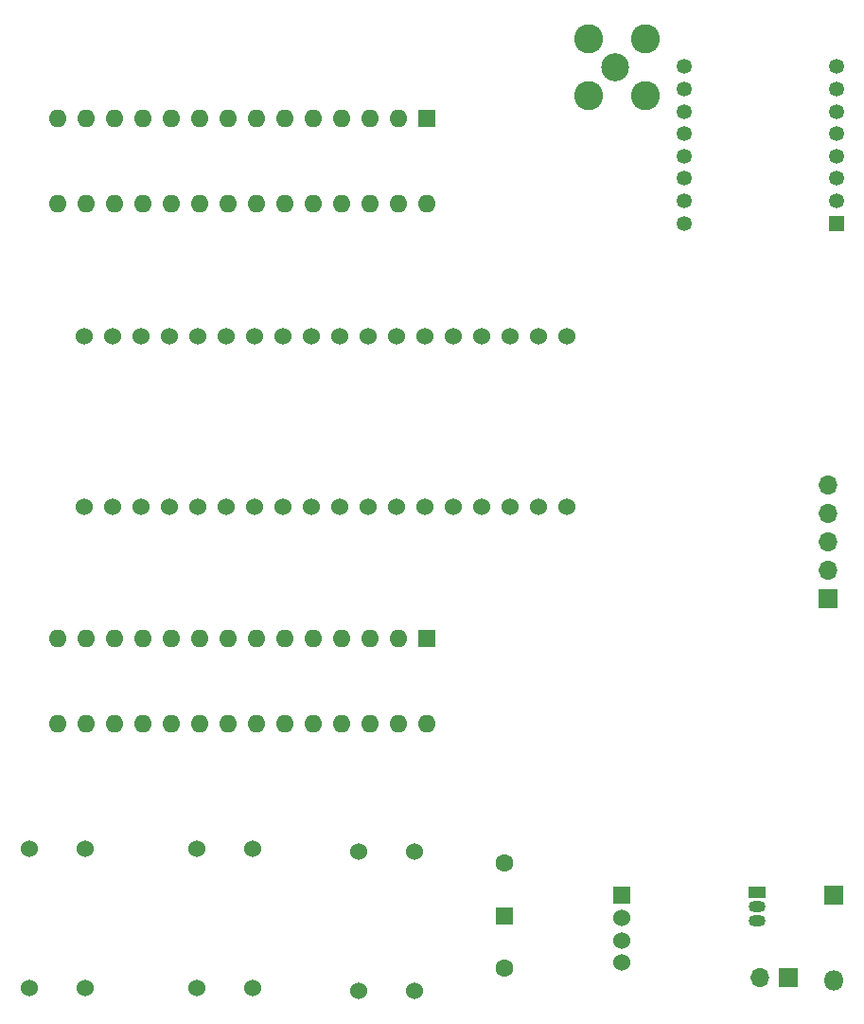
<source format=gbr>
%TF.GenerationSoftware,KiCad,Pcbnew,8.0.3*%
%TF.CreationDate,2024-07-31T08:37:56+01:00*%
%TF.ProjectId,controller,636f6e74-726f-46c6-9c65-722e6b696361,rev?*%
%TF.SameCoordinates,Original*%
%TF.FileFunction,Soldermask,Bot*%
%TF.FilePolarity,Negative*%
%FSLAX46Y46*%
G04 Gerber Fmt 4.6, Leading zero omitted, Abs format (unit mm)*
G04 Created by KiCad (PCBNEW 8.0.3) date 2024-07-31 08:37:56*
%MOMM*%
%LPD*%
G01*
G04 APERTURE LIST*
%ADD10R,1.700000X1.700000*%
%ADD11O,1.700000X1.700000*%
%ADD12R,1.500000X1.050000*%
%ADD13O,1.500000X1.050000*%
%ADD14C,2.600000*%
%ADD15C,2.500000*%
%ADD16R,1.524000X1.524000*%
%ADD17C,1.524000*%
%ADD18R,1.350000X1.350000*%
%ADD19C,1.350000*%
%ADD20R,1.600000X1.600000*%
%ADD21O,1.600000X1.600000*%
%ADD22R,1.500000X1.500000*%
%ADD23C,1.600000*%
%ADD24R,1.800000X1.800000*%
%ADD25O,1.800000X1.800000*%
G04 APERTURE END LIST*
D10*
%TO.C,J1*%
X166545000Y-100215000D03*
D11*
X166545000Y-97675000D03*
X166545000Y-95135000D03*
X166545000Y-92595000D03*
X166545000Y-90055000D03*
%TD*%
D12*
%TO.C,U6*%
X160185000Y-126445000D03*
D13*
X160185000Y-127715000D03*
X160185000Y-128985000D03*
%TD*%
D14*
%TO.C,J2*%
X150152500Y-55180000D03*
X150152500Y-50100000D03*
X145072500Y-55180000D03*
X145072500Y-50100000D03*
D15*
X147512500Y-52715000D03*
%TD*%
D16*
%TO.C,U1*%
X148045000Y-126715000D03*
D17*
X148045000Y-128715000D03*
X148045000Y-130715000D03*
X148045000Y-132715000D03*
%TD*%
D18*
%TO.C,U5*%
X167252500Y-66622500D03*
D19*
X167252500Y-64622500D03*
X167252500Y-62622500D03*
X167252500Y-60622500D03*
X167252500Y-58622500D03*
X167252500Y-56622500D03*
X167252500Y-54622500D03*
X167252500Y-52622500D03*
X153652500Y-52622500D03*
X153652500Y-54622500D03*
X153652500Y-56622500D03*
X153652500Y-58622500D03*
X153652500Y-60622500D03*
X153652500Y-62622500D03*
X153652500Y-64622500D03*
X153652500Y-66622500D03*
%TD*%
D17*
%TO.C,S2*%
X129545000Y-122750000D03*
X129545000Y-135250000D03*
X124545000Y-122750000D03*
X124545000Y-135250000D03*
%TD*%
D20*
%TO.C,U9*%
X130625000Y-103715000D03*
D21*
X128085000Y-103715000D03*
X125545000Y-103715000D03*
X123005000Y-103715000D03*
X120465000Y-103715000D03*
X117925000Y-103715000D03*
X115385000Y-103715000D03*
X112845000Y-103715000D03*
X110305000Y-103715000D03*
X107765000Y-103715000D03*
X105225000Y-103715000D03*
X102685000Y-103715000D03*
X100145000Y-103715000D03*
X97605000Y-103715000D03*
X97605000Y-111335000D03*
X100145000Y-111335000D03*
X102685000Y-111335000D03*
X105225000Y-111335000D03*
X107765000Y-111335000D03*
X110305000Y-111335000D03*
X112845000Y-111335000D03*
X115385000Y-111335000D03*
X117925000Y-111335000D03*
X120465000Y-111335000D03*
X123005000Y-111335000D03*
X125545000Y-111335000D03*
X128085000Y-111335000D03*
X130625000Y-111335000D03*
%TD*%
D17*
%TO.C,U10*%
X143115000Y-76715000D03*
X140575000Y-76715000D03*
X138035000Y-76715000D03*
X135495000Y-76715000D03*
X132955000Y-76715000D03*
X130415000Y-76715000D03*
X127875000Y-76715000D03*
X125335000Y-76715000D03*
X122795000Y-76715000D03*
X120255000Y-76715000D03*
X117715000Y-76715000D03*
X115175000Y-76715000D03*
X112635000Y-76715000D03*
X110095000Y-76715000D03*
X107555000Y-76715000D03*
X105015000Y-76715000D03*
X102475000Y-76715000D03*
X99935000Y-76715000D03*
X99935000Y-91955000D03*
X102475000Y-91955000D03*
X105015000Y-91955000D03*
X107555000Y-91955000D03*
X110095000Y-91955000D03*
X112635000Y-91955000D03*
X115175000Y-91955000D03*
X117715000Y-91955000D03*
X120255000Y-91955000D03*
X122795000Y-91955000D03*
X125335000Y-91955000D03*
X127875000Y-91955000D03*
X130415000Y-91955000D03*
X132955000Y-91955000D03*
X135495000Y-91955000D03*
X138035000Y-91955000D03*
X140575000Y-91955000D03*
X143115000Y-91955000D03*
%TD*%
D22*
%TO.C,SW5*%
X137545000Y-128516000D03*
D23*
X137545000Y-133215000D03*
X137545000Y-123817000D03*
%TD*%
D24*
%TO.C,D1*%
X167000000Y-126690000D03*
D25*
X167000000Y-134310000D03*
%TD*%
D20*
%TO.C,U8*%
X130625000Y-57215000D03*
D21*
X128085000Y-57215000D03*
X125545000Y-57215000D03*
X123005000Y-57215000D03*
X120465000Y-57215000D03*
X117925000Y-57215000D03*
X115385000Y-57215000D03*
X112845000Y-57215000D03*
X110305000Y-57215000D03*
X107765000Y-57215000D03*
X105225000Y-57215000D03*
X102685000Y-57215000D03*
X100145000Y-57215000D03*
X97605000Y-57215000D03*
X97605000Y-64835000D03*
X100145000Y-64835000D03*
X102685000Y-64835000D03*
X105225000Y-64835000D03*
X107765000Y-64835000D03*
X110305000Y-64835000D03*
X112845000Y-64835000D03*
X115385000Y-64835000D03*
X117925000Y-64835000D03*
X120465000Y-64835000D03*
X123005000Y-64835000D03*
X125545000Y-64835000D03*
X128085000Y-64835000D03*
X130625000Y-64835000D03*
%TD*%
D17*
%TO.C,S3*%
X100045000Y-122500000D03*
X100045000Y-135000000D03*
X95045000Y-122500000D03*
X95045000Y-135000000D03*
%TD*%
%TO.C,S1*%
X115045000Y-122500000D03*
X115045000Y-135000000D03*
X110045000Y-122500000D03*
X110045000Y-135000000D03*
%TD*%
D10*
%TO.C,J3*%
X163000000Y-134025000D03*
D11*
X160460000Y-134025000D03*
%TD*%
M02*

</source>
